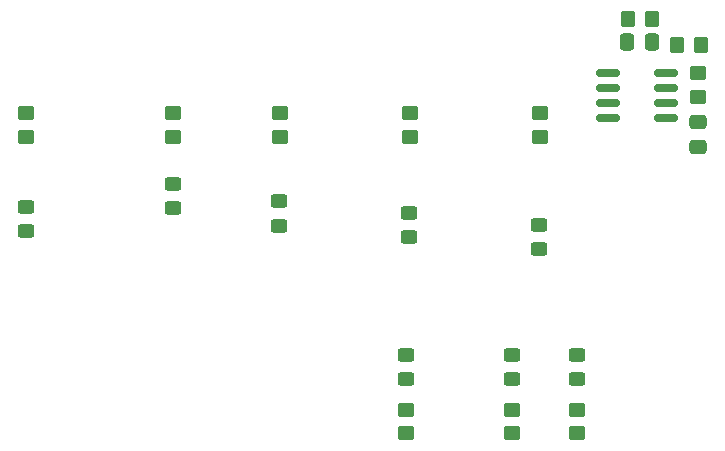
<source format=gbr>
%TF.GenerationSoftware,KiCad,Pcbnew,7.0.6-7.0.6~ubuntu22.04.1*%
%TF.CreationDate,2023-09-06T21:51:48+02:00*%
%TF.ProjectId,elecsoc_card,656c6563-736f-4635-9f63-6172642e6b69,rev?*%
%TF.SameCoordinates,Original*%
%TF.FileFunction,Paste,Top*%
%TF.FilePolarity,Positive*%
%FSLAX46Y46*%
G04 Gerber Fmt 4.6, Leading zero omitted, Abs format (unit mm)*
G04 Created by KiCad (PCBNEW 7.0.6-7.0.6~ubuntu22.04.1) date 2023-09-06 21:51:48*
%MOMM*%
%LPD*%
G01*
G04 APERTURE LIST*
G04 Aperture macros list*
%AMRoundRect*
0 Rectangle with rounded corners*
0 $1 Rounding radius*
0 $2 $3 $4 $5 $6 $7 $8 $9 X,Y pos of 4 corners*
0 Add a 4 corners polygon primitive as box body*
4,1,4,$2,$3,$4,$5,$6,$7,$8,$9,$2,$3,0*
0 Add four circle primitives for the rounded corners*
1,1,$1+$1,$2,$3*
1,1,$1+$1,$4,$5*
1,1,$1+$1,$6,$7*
1,1,$1+$1,$8,$9*
0 Add four rect primitives between the rounded corners*
20,1,$1+$1,$2,$3,$4,$5,0*
20,1,$1+$1,$4,$5,$6,$7,0*
20,1,$1+$1,$6,$7,$8,$9,0*
20,1,$1+$1,$8,$9,$2,$3,0*%
G04 Aperture macros list end*
%ADD10RoundRect,0.250000X-0.350000X-0.450000X0.350000X-0.450000X0.350000X0.450000X-0.350000X0.450000X0*%
%ADD11RoundRect,0.250000X0.337500X0.475000X-0.337500X0.475000X-0.337500X-0.475000X0.337500X-0.475000X0*%
%ADD12RoundRect,0.250000X0.450000X-0.325000X0.450000X0.325000X-0.450000X0.325000X-0.450000X-0.325000X0*%
%ADD13RoundRect,0.250000X-0.450000X0.350000X-0.450000X-0.350000X0.450000X-0.350000X0.450000X0.350000X0*%
%ADD14RoundRect,0.150000X-0.825000X-0.150000X0.825000X-0.150000X0.825000X0.150000X-0.825000X0.150000X0*%
%ADD15RoundRect,0.250000X-0.475000X0.337500X-0.475000X-0.337500X0.475000X-0.337500X0.475000X0.337500X0*%
G04 APERTURE END LIST*
D10*
%TO.C,R11*%
X163000000Y-61500000D03*
X165000000Y-61500000D03*
%TD*%
D11*
%TO.C,C2*%
X165000000Y-63500000D03*
X162925000Y-63500000D03*
%TD*%
D12*
%TO.C,D3*%
X133475000Y-79025000D03*
X133475000Y-76975000D03*
%TD*%
D13*
%TO.C,R6*%
X155500000Y-69500000D03*
X155500000Y-71500000D03*
%TD*%
%TO.C,R7*%
X144500000Y-69500000D03*
X144500000Y-71500000D03*
%TD*%
D12*
%TO.C,D4*%
X155475000Y-81025000D03*
X155475000Y-78975000D03*
%TD*%
D10*
%TO.C,R1*%
X167125000Y-63705000D03*
X169125000Y-63705000D03*
%TD*%
D13*
%TO.C,R4*%
X124500000Y-69500000D03*
X124500000Y-71500000D03*
%TD*%
%TO.C,R2*%
X168925000Y-66105000D03*
X168925000Y-68105000D03*
%TD*%
D12*
%TO.C,D5*%
X144475000Y-80025000D03*
X144475000Y-77975000D03*
%TD*%
D13*
%TO.C,R8*%
X144200000Y-94600000D03*
X144200000Y-96600000D03*
%TD*%
%TO.C,R3*%
X112000000Y-69500000D03*
X112000000Y-71500000D03*
%TD*%
D12*
%TO.C,D8*%
X158700000Y-92050000D03*
X158700000Y-90000000D03*
%TD*%
D14*
%TO.C,U1*%
X161250000Y-66100000D03*
X161250000Y-67370000D03*
X161250000Y-68640000D03*
X161250000Y-69910000D03*
X166200000Y-69910000D03*
X166200000Y-68640000D03*
X166200000Y-67370000D03*
X166200000Y-66100000D03*
%TD*%
D12*
%TO.C,D7*%
X153200000Y-92050000D03*
X153200000Y-90000000D03*
%TD*%
D13*
%TO.C,R5*%
X133500000Y-69500000D03*
X133500000Y-71500000D03*
%TD*%
D15*
%TO.C,C1*%
X168925000Y-70267500D03*
X168925000Y-72342500D03*
%TD*%
D12*
%TO.C,D6*%
X144200000Y-92050000D03*
X144200000Y-90000000D03*
%TD*%
%TO.C,D2*%
X124475000Y-77525000D03*
X124475000Y-75475000D03*
%TD*%
D13*
%TO.C,R10*%
X158700000Y-94600000D03*
X158700000Y-96600000D03*
%TD*%
%TO.C,R9*%
X153200000Y-94600000D03*
X153200000Y-96600000D03*
%TD*%
D12*
%TO.C,D1*%
X111975000Y-79525000D03*
X111975000Y-77475000D03*
%TD*%
M02*

</source>
